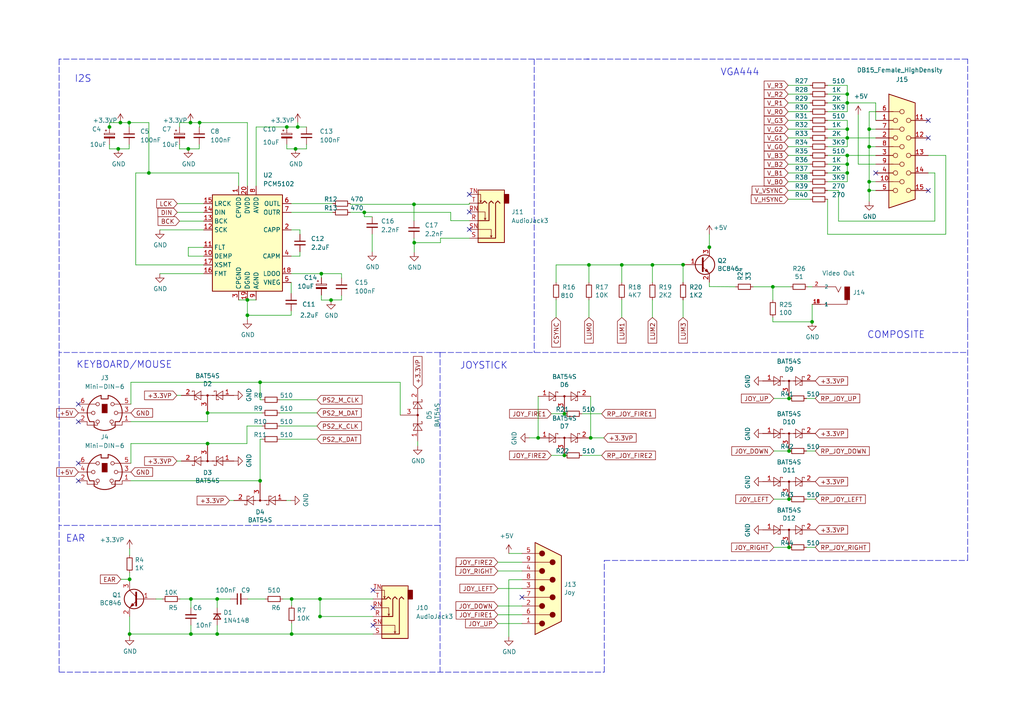
<source format=kicad_sch>
(kicad_sch (version 20231120) (generator "eeschema") (generator_version "8.0")
  (paper "A4")
  (title_block (title "Calypso") (date "2024-09-10") (rev "0.3"))
  (junction (at 156.083 127))
  (junction (at 62.992 183.896))
  (junction (at 60.198 128.651))
  (junction (at 245.745 27.305))
  (junction (at 75.438 110.871))
  (junction (at 245.745 45.085))
  (junction (at 54.61 43.18))
  (junction (at 55.372 183.896))
  (junction (at 228.854 115.57))
  (junction (at 60.198 119.761))
  (junction (at 37.592 168.021))
  (junction (at 37.465 35.56))
  (junction (at 171.323 127))
  (junction (at 92.8191 173.736))
  (junction (at 93.1961 79.375))
  (junction (at 86.36 36.83))
  (junction (at 205.74 71.6932))
  (junction (at 245.745 37.465))
  (junction (at 62.992 173.736))
  (junction (at 228.854 144.78))
  (junction (at 55.245 35.56))
  (junction (at 71.755 86.995))
  (junction (at 252.095 52.705))
  (junction (at 120.142 70.3827))
  (junction (at 252.095 55.245))
  (junction (at 245.745 47.625))
  (junction (at 163.703 132.08))
  (junction (at 75.438 139.446))
  (junction (at 120.076 59.2573))
  (junction (at 34.925 35.56))
  (junction (at 224.155 83.185))
  (junction (at 105.664 61.595))
  (junction (at 84.582 183.896))
  (junction (at 228.854 130.81))
  (junction (at 55.372 173.736))
  (junction (at 170.815 76.835))
  (junction (at 83.185 36.83))
  (junction (at 198.12 76.7732))
  (junction (at 37.592 183.896))
  (junction (at 252.095 37.465))
  (junction (at 96.012 87.0305))
  (junction (at 252.095 42.545))
  (junction (at 85.725 43.18))
  (junction (at 163.703 120.015))
  (junction (at 245.745 50.165))
  (junction (at 189.23 76.835))
  (junction (at 57.8838 35.56))
  (junction (at 245.745 40.005))
  (junction (at 180.34 76.835))
  (junction (at 235.5329 93.345))
  (junction (at 92.8191 178.816))
  (junction (at 245.745 29.845))
  (junction (at 228.854 158.75))
  (junction (at 43.18 50.165))
  (junction (at 31.75 36.83))
  (junction (at 71.755 91.44))
  (junction (at 34.29 43.18))
  (junction (at 84.582 173.736))
  (no_connect (at 269.24 34.925))
  (no_connect (at 254 50.165))
  (no_connect (at 151.384 173.228))
  (no_connect (at 22.733 134.366))
  (no_connect (at 22.733 122.301))
  (no_connect (at 136.1262 56.3847))
  (no_connect (at 22.733 139.446))
  (no_connect (at 269.24 40.005))
  (no_connect (at 108.204 176.276))
  (no_connect (at 136.1262 61.4647))
  (no_connect (at 136.1262 66.5447))
  (no_connect (at 108.204 171.196))
  (no_connect (at 269.24 55.245))
  (no_connect (at 108.204 181.356))
  (no_connect (at 22.733 117.221))
  (wire (pts (xy 71.628 123.571) (xy 71.628 128.651)))
  (wire (pts (xy 180.34 76.835) (xy 180.34 81.915)))
  (wire (pts (xy 159.893 120.015) (xy 163.703 120.015)))
  (wire (pts (xy 71.755 91.44) (xy 84.455 91.44)))
  (wire (pts (xy 274.32 67.945) (xy 274.32 45.085)))
  (wire (pts (xy 93.1961 79.375) (xy 99.06 79.375)))
  (wire (pts (xy 198.12 76.7732) (xy 198.12 81.915)))
  (wire (pts (xy 228.6 57.785) (xy 234.95 57.785)))
  (polyline (pts (xy 127.635 102.235) (xy 280.67 102.235)) (stroke (width 0) (type dash)))
  (wire (pts (xy 224.155 83.185) (xy 224.155 86.995)))
  (polyline (pts (xy 17.145 194.945) (xy 175.26 194.945)) (stroke (width 0) (type dash)))
  (wire (pts (xy 189.23 76.7732) (xy 189.23 76.835)))
  (wire (pts (xy 39.37 50.165) (xy 43.18 50.165)))
  (wire (pts (xy 84.582 183.896) (xy 62.992 183.896)))
  (wire (pts (xy 86.995 74.295) (xy 86.995 73.025)))
  (wire (pts (xy 240.03 67.945) (xy 274.32 67.945)))
  (wire (pts (xy 144.399 170.688) (xy 151.384 170.688)))
  (wire (pts (xy 57.8838 36.83) (xy 57.785 36.83)))
  (wire (pts (xy 71.755 91.44) (xy 71.755 86.995)))
  (wire (pts (xy 92.8191 178.816) (xy 108.204 178.816)))
  (wire (pts (xy 245.745 45.085) (xy 245.745 47.625)))
  (wire (pts (xy 245.745 27.305) (xy 245.745 29.845)))
  (wire (pts (xy 224.155 93.345) (xy 235.5329 93.345)))
  (wire (pts (xy 37.973 122.301) (xy 60.198 122.301)))
  (wire (pts (xy 31.75 35.56) (xy 34.925 35.56)))
  (polyline (pts (xy 175.26 162.56) (xy 280.67 162.56)) (stroke (width 0) (type dash)))
  (wire (pts (xy 60.198 119.761) (xy 76.073 119.761)))
  (wire (pts (xy 55.372 183.896) (xy 62.992 183.896)))
  (wire (pts (xy 37.465 35.56) (xy 43.18 35.56)))
  (wire (pts (xy 84.455 90.17) (xy 84.455 91.44)))
  (wire (pts (xy 271.145 64.135) (xy 271.145 50.165)))
  (wire (pts (xy 205.74 67.945) (xy 205.74 71.6932)))
  (wire (pts (xy 57.8838 35.56) (xy 71.755 35.56)))
  (wire (pts (xy 71.755 86.995) (xy 74.295 86.995)))
  (wire (pts (xy 198.12 86.995) (xy 198.12 92.075)))
  (polyline (pts (xy 154.94 17.145) (xy 154.94 102.235)) (stroke (width 0) (type dash)))
  (wire (pts (xy 170.815 86.995) (xy 170.815 92.075)))
  (wire (pts (xy 228.6 32.385) (xy 234.95 32.385)))
  (wire (pts (xy 84.582 173.736) (xy 84.582 175.641)))
  (wire (pts (xy 81.153 123.571) (xy 91.948 123.571)))
  (wire (pts (xy 105.664 62.865) (xy 107.95 62.865)))
  (wire (pts (xy 170.815 76.835) (xy 170.815 81.915)))
  (wire (pts (xy 75.438 127.381) (xy 76.073 127.381)))
  (wire (pts (xy 93.218 87.0305) (xy 96.012 87.0305)))
  (wire (pts (xy 46.355 66.675) (xy 59.055 66.675)))
  (wire (pts (xy 120.076 70.3827) (xy 120.142 70.3827)))
  (polyline (pts (xy 280.67 93.98) (xy 280.67 94.615)) (stroke (width 0) (type dash)))
  (wire (pts (xy 85.725 43.18) (xy 88.9 43.18)))
  (wire (pts (xy 205.74 71.6932) (xy 205.74 71.755)))
  (wire (pts (xy 37.592 166.116) (xy 37.592 168.021)))
  (wire (pts (xy 243.205 64.135) (xy 271.145 64.135)))
  (wire (pts (xy 43.18 50.165) (xy 43.18 35.56)))
  (wire (pts (xy 69.215 50.165) (xy 43.18 50.165)))
  (wire (pts (xy 228.6 45.085) (xy 234.95 45.085)))
  (wire (pts (xy 75.438 110.871) (xy 116.078 110.871)))
  (wire (pts (xy 37.465 41.91) (xy 37.465 43.18)))
  (wire (pts (xy 269.24 50.165) (xy 271.145 50.165)))
  (wire (pts (xy 228.6 37.465) (xy 234.95 37.465)))
  (wire (pts (xy 82.042 173.736) (xy 84.582 173.736)))
  (wire (pts (xy 120.076 59.2573) (xy 120.076 64.0327)))
  (wire (pts (xy 120.142 70.3827) (xy 127.762 70.3827)))
  (wire (pts (xy 121.158 129.286) (xy 121.158 128.016)))
  (wire (pts (xy 254 29.845) (xy 254 34.925)))
  (wire (pts (xy 31.8661 36.83) (xy 31.75 36.83)))
  (wire (pts (xy 180.34 76.835) (xy 170.815 76.835)))
  (wire (pts (xy 81.153 115.951) (xy 91.948 115.951)))
  (wire (pts (xy 74.295 53.975) (xy 74.295 36.83)))
  (wire (pts (xy 105.664 61.595) (xy 105.664 62.865)))
  (polyline (pts (xy 175.26 194.945) (xy 175.26 162.56)) (stroke (width 0) (type dash)))
  (wire (pts (xy 127.762 69.0847) (xy 127.762 70.3827)))
  (wire (pts (xy 234.315 83.185) (xy 235.5554 83.185)))
  (wire (pts (xy 224.409 115.57) (xy 228.854 115.57)))
  (wire (pts (xy 62.992 176.276) (xy 62.992 173.736)))
  (wire (pts (xy 130.7345 61.595) (xy 130.7345 64.0047)))
  (wire (pts (xy 233.934 130.81) (xy 236.474 130.81)))
  (wire (pts (xy 62.992 173.736) (xy 66.802 173.736)))
  (wire (pts (xy 189.23 76.835) (xy 189.23 81.915)))
  (wire (pts (xy 233.934 115.57) (xy 236.474 115.57)))
  (wire (pts (xy 240.03 45.085) (xy 245.745 45.085)))
  (wire (pts (xy 240.03 32.385) (xy 245.745 32.385)))
  (wire (pts (xy 224.409 130.81) (xy 228.854 130.81)))
  (wire (pts (xy 96.012 86.995) (xy 96.012 87.0305)))
  (wire (pts (xy 235.5554 93.3415) (xy 235.5329 93.345)))
  (wire (pts (xy 245.745 47.625) (xy 245.745 50.165)))
  (wire (pts (xy 116.078 110.871) (xy 116.078 120.396)))
  (wire (pts (xy 74.295 36.83) (xy 83.185 36.83)))
  (wire (pts (xy 37.973 110.871) (xy 37.973 117.221)))
  (polyline (pts (xy 127.635 110.49) (xy 127.635 102.235)) (stroke (width 0) (type dash)))
  (wire (pts (xy 228.6 50.165) (xy 234.95 50.165)))
  (wire (pts (xy 130.7345 64.0047) (xy 136.1262 64.0047)))
  (wire (pts (xy 252.095 55.245) (xy 252.095 58.42)))
  (wire (pts (xy 252.095 52.705) (xy 252.095 55.245)))
  (wire (pts (xy 93.1961 80.645) (xy 93.218 80.518)))
  (wire (pts (xy 151.384 163.068) (xy 144.399 163.068)))
  (wire (pts (xy 252.095 32.385) (xy 252.095 37.465)))
  (wire (pts (xy 180.34 86.995) (xy 180.34 92.075)))
  (wire (pts (xy 52.07 41.91) (xy 52.07 43.18)))
  (wire (pts (xy 51.435 61.595) (xy 59.055 61.595)))
  (polyline (pts (xy 170.18 17.145) (xy 170.815 17.145)) (stroke (width 0) (type dash)))
  (wire (pts (xy 245.745 50.165) (xy 245.745 52.705)))
  (wire (pts (xy 88.9 43.18) (xy 88.9 41.91)))
  (wire (pts (xy 233.934 144.78) (xy 236.474 144.78)))
  (wire (pts (xy 235.5554 83.185) (xy 235.5554 83.1815)))
  (wire (pts (xy 34.925 35.56) (xy 37.465 35.56)))
  (wire (pts (xy 228.6 24.765) (xy 234.95 24.765)))
  (wire (pts (xy 37.592 183.896) (xy 37.592 184.531)))
  (wire (pts (xy 189.23 86.995) (xy 189.23 92.075)))
  (wire (pts (xy 156.083 114.935) (xy 156.083 127)))
  (wire (pts (xy 54.61 71.755) (xy 54.61 74.295)))
  (wire (pts (xy 81.153 127.381) (xy 91.948 127.381)))
  (wire (pts (xy 84.455 79.375) (xy 93.1961 79.375)))
  (wire (pts (xy 37.465 35.56) (xy 37.465 36.83)))
  (wire (pts (xy 92.8191 173.736) (xy 92.8191 178.816)))
  (wire (pts (xy 224.155 83.185) (xy 229.235 83.185)))
  (wire (pts (xy 52.07 35.56) (xy 55.245 35.56)))
  (wire (pts (xy 245.745 40.005) (xy 245.745 42.545)))
  (wire (pts (xy 99.06 79.375) (xy 99.06 80.645)))
  (wire (pts (xy 37.592 168.021) (xy 35.052 168.021)))
  (wire (pts (xy 120.076 59.2573) (xy 101.6 59.2573)))
  (wire (pts (xy 228.6 52.705) (xy 234.95 52.705)))
  (wire (pts (xy 120.142 73.152) (xy 120.142 70.3827)))
  (wire (pts (xy 52.07 64.135) (xy 59.055 64.135)))
  (wire (pts (xy 228.6 34.925) (xy 234.95 34.925)))
  (wire (pts (xy 46.355 79.375) (xy 59.055 79.375)))
  (wire (pts (xy 228.6 47.625) (xy 234.95 47.625)))
  (polyline (pts (xy 127.635 111.125) (xy 127.635 194.945)) (stroke (width 0) (type dash)))
  (polyline (pts (xy 280.67 17.145) (xy 17.145 17.145)) (stroke (width 0) (type dash)))
  (wire (pts (xy 62.992 183.896) (xy 62.992 181.356)))
  (wire (pts (xy 84.455 66.675) (xy 86.995 66.675)))
  (wire (pts (xy 252.095 55.245) (xy 254 55.245)))
  (polyline (pts (xy 111.76 17.145) (xy 112.395 17.145)) (stroke (width 0) (type dash)))
  (wire (pts (xy 252.095 42.545) (xy 254 42.545)))
  (polyline (pts (xy 280.67 162.56) (xy 280.67 17.145)) (stroke (width 0) (type dash)))
  (wire (pts (xy 99.06 86.995) (xy 96.012 86.995)))
  (wire (pts (xy 198.12 76.7732) (xy 189.23 76.7732)))
  (wire (pts (xy 245.745 45.085) (xy 254 45.085)))
  (wire (pts (xy 240.03 29.845) (xy 245.745 29.845)))
  (wire (pts (xy 228.6 42.545) (xy 234.95 42.545)))
  (wire (pts (xy 171.323 114.935) (xy 171.323 127)))
  (wire (pts (xy 31.75 41.91) (xy 31.75 43.18)))
  (wire (pts (xy 37.592 159.131) (xy 37.592 161.036)))
  (wire (pts (xy 101.6 61.595) (xy 105.664 61.595)))
  (wire (pts (xy 144.399 178.308) (xy 151.384 178.308)))
  (wire (pts (xy 161.29 76.835) (xy 161.29 81.915)))
  (wire (pts (xy 127.762 69.0847) (xy 136.1262 69.0847)))
  (wire (pts (xy 57.8838 35.56) (xy 57.8838 36.83)))
  (wire (pts (xy 83.185 43.18) (xy 85.725 43.18)))
  (wire (pts (xy 62.992 173.736) (xy 55.372 173.736)))
  (wire (pts (xy 84.582 183.896) (xy 84.582 180.721)))
  (wire (pts (xy 174.498 120.015) (xy 168.783 120.015)))
  (wire (pts (xy 228.6 55.245) (xy 234.95 55.245)))
  (wire (pts (xy 240.03 40.005) (xy 245.745 40.005)))
  (wire (pts (xy 76.073 115.951) (xy 75.438 115.951)))
  (polyline (pts (xy 17.145 17.145) (xy 17.145 194.945)) (stroke (width 0) (type dash)))
  (wire (pts (xy 240.03 24.765) (xy 245.745 24.765)))
  (wire (pts (xy 52.197 173.736) (xy 55.372 173.736)))
  (wire (pts (xy 151.384 160.528) (xy 147.574 160.528)))
  (wire (pts (xy 252.095 52.705) (xy 254 52.705)))
  (wire (pts (xy 243.205 55.245) (xy 243.205 64.135)))
  (wire (pts (xy 224.409 158.75) (xy 228.854 158.75)))
  (wire (pts (xy 240.03 55.245) (xy 243.205 55.245)))
  (wire (pts (xy 84.455 74.295) (xy 86.995 74.295)))
  (wire (pts (xy 52.07 43.18) (xy 54.61 43.18)))
  (wire (pts (xy 240.03 52.705) (xy 245.745 52.705)))
  (wire (pts (xy 235.5554 88.2615) (xy 235.5554 93.3415)))
  (wire (pts (xy 75.438 110.871) (xy 37.973 110.871)))
  (wire (pts (xy 37.973 128.651) (xy 60.198 128.651)))
  (wire (pts (xy 52.578 114.681) (xy 51.308 114.681)))
  (wire (pts (xy 71.755 92.71) (xy 71.755 91.44)))
  (wire (pts (xy 75.438 140.081) (xy 75.438 139.446)))
  (wire (pts (xy 224.409 144.78) (xy 228.854 144.78)))
  (wire (pts (xy 92.8191 178.816) (xy 92.8191 178.9957)))
  (wire (pts (xy 170.815 76.835) (xy 161.29 76.835)))
  (wire (pts (xy 228.6 27.305) (xy 234.95 27.305)))
  (wire (pts (xy 120.076 59.2573) (xy 120.076 59.182)))
  (wire (pts (xy 52.07 35.56) (xy 52.07 36.83)))
  (wire (pts (xy 151.384 168.148) (xy 147.574 168.148)))
  (wire (pts (xy 57.785 41.91) (xy 57.785 43.18)))
  (wire (pts (xy 86.995 66.675) (xy 86.995 67.945)))
  (wire (pts (xy 240.03 34.925) (xy 245.745 34.925)))
  (wire (pts (xy 252.095 42.545) (xy 252.095 52.705)))
  (wire (pts (xy 51.435 59.055) (xy 59.055 59.055)))
  (wire (pts (xy 31.75 35.56) (xy 31.75 36.83)))
  (wire (pts (xy 84.582 173.736) (xy 92.8191 173.736)))
  (wire (pts (xy 86.36 36.83) (xy 88.9 36.83)))
  (wire (pts (xy 37.592 168.021) (xy 37.592 168.656)))
  (wire (pts (xy 59.055 71.755) (xy 54.61 71.755)))
  (wire (pts (xy 69.215 86.995) (xy 71.755 86.995)))
  (wire (pts (xy 240.03 42.545) (xy 245.745 42.545)))
  (wire (pts (xy 34.29 43.18) (xy 37.465 43.18)))
  (wire (pts (xy 240.03 47.625) (xy 245.745 47.625)))
  (wire (pts (xy 218.44 83.185) (xy 224.155 83.185)))
  (wire (pts (xy 153.543 127) (xy 156.083 127)))
  (wire (pts (xy 233.934 158.75) (xy 236.474 158.75)))
  (wire (pts (xy 55.245 35.56) (xy 57.8838 35.56)))
  (wire (pts (xy 75.438 115.951) (xy 75.438 110.871)))
  (wire (pts (xy 240.03 57.785) (xy 240.03 67.945)))
  (wire (pts (xy 84.455 59.055) (xy 96.52 59.055)))
  (wire (pts (xy 54.61 43.18) (xy 57.785 43.18)))
  (wire (pts (xy 245.745 29.845) (xy 254 29.845)))
  (wire (pts (xy 269.24 45.085) (xy 274.32 45.085)))
  (wire (pts (xy 81.153 119.761) (xy 91.948 119.761)))
  (wire (pts (xy 245.745 34.925) (xy 245.745 37.465)))
  (wire (pts (xy 37.973 128.651) (xy 37.973 134.366)))
  (wire (pts (xy 92.8191 173.736) (xy 108.204 173.736)))
  (wire (pts (xy 83.185 36.83) (xy 86.36 36.83)))
  (wire (pts (xy 83.058 145.161) (xy 84.328 145.161)))
  (wire (pts (xy 99.06 85.725) (xy 99.06 86.995)))
  (wire (pts (xy 252.095 37.465) (xy 252.095 42.545)))
  (polyline (pts (xy 127.635 102.235) (xy 17.145 102.235)) (stroke (width 0) (type dash)))
  (wire (pts (xy 55.372 183.896) (xy 37.592 183.896)))
  (wire (pts (xy 71.882 173.736) (xy 76.962 173.736)))
  (wire (pts (xy 245.745 40.005) (xy 254 40.005)))
  (wire (pts (xy 86.36 35.56) (xy 86.36 36.83)))
  (wire (pts (xy 75.438 139.446) (xy 75.438 127.381)))
  (wire (pts (xy 248.92 47.625) (xy 254 47.625)))
  (wire (pts (xy 54.61 74.295) (xy 59.055 74.295)))
  (wire (pts (xy 71.628 128.651) (xy 60.198 128.651)))
  (wire (pts (xy 136.1262 59.2573) (xy 136.1262 58.9247)))
  (wire (pts (xy 174.498 132.08) (xy 168.783 132.08)))
  (wire (pts (xy 84.455 81.915) (xy 84.455 85.09)))
  (wire (pts (xy 205.74 83.1232) (xy 213.36 83.185)))
  (wire (pts (xy 59.055 76.835) (xy 39.37 76.835)))
  (wire (pts (xy 252.095 37.465) (xy 254 37.465)))
  (wire (pts (xy 52.578 133.731) (xy 51.308 133.731)))
  (wire (pts (xy 245.745 37.465) (xy 245.745 40.005)))
  (wire (pts (xy 175.133 127) (xy 171.323 127)))
  (wire (pts (xy 205.74 81.8532) (xy 205.74 83.1232)))
  (wire (pts (xy 93.218 85.598) (xy 93.218 87.0305)))
  (wire (pts (xy 60.198 122.301) (xy 60.198 119.761)))
  (wire (pts (xy 228.6 29.845) (xy 234.95 29.845)))
  (wire (pts (xy 96.012 87.0305) (xy 96.012 87.122)))
  (wire (pts (xy 93.1961 79.375) (xy 93.1961 80.645)))
  (wire (pts (xy 76.073 123.571) (xy 71.628 123.571)))
  (wire (pts (xy 55.372 181.356) (xy 55.372 183.896)))
  (wire (pts (xy 120.076 69.1127) (xy 120.076 70.3827)))
  (wire (pts (xy 84.582 183.896) (xy 108.204 183.896)))
  (wire (pts (xy 144.399 165.608) (xy 151.384 165.608)))
  (wire (pts (xy 37.973 139.446) (xy 75.438 139.446)))
  (wire (pts (xy 245.745 24.765) (xy 245.745 27.305)))
  (wire (pts (xy 147.574 168.148) (xy 147.574 184.658)))
  (wire (pts (xy 107.95 67.945) (xy 107.95 73.025)))
  (wire (pts (xy 252.095 32.385) (xy 254 32.385)))
  (wire (pts (xy 228.6 40.005) (xy 234.95 40.005)))
  (wire (pts (xy 83.185 41.91) (xy 83.185 43.18)))
  (wire (pts (xy 120.076 59.2573) (xy 136.1262 59.2573)))
  (wire (pts (xy 248.92 33.274) (xy 248.92 47.625)))
  (wire (pts (xy 71.755 53.975) (xy 71.755 35.56)))
  (wire (pts (xy 224.155 92.075) (xy 224.155 93.345)))
  (wire (pts (xy 31.75 43.18) (xy 34.29 43.18)))
  (wire (pts (xy 159.893 132.08) (xy 163.703 132.08)))
  (wire (pts (xy 161.29 86.995) (xy 161.29 92.075)))
  (wire (pts (xy 151.384 180.848) (xy 144.399 180.848)))
  (wire (pts (xy 240.03 50.165) (xy 245.745 50.165)))
  (wire (pts (xy 144.399 175.768) (xy 151.384 175.768)))
  (wire (pts (xy 245.745 29.845) (xy 245.745 32.385)))
  (wire (pts (xy 105.664 61.595) (xy 130.7345 61.595)))
  (wire (pts (xy 39.37 76.835) (xy 39.37 50.165)))
  (wire (pts (xy 240.03 37.465) (xy 245.745 37.465)))
  (wire (pts (xy 189.23 76.835) (xy 180.34 76.835)))
  (polyline (pts (xy 127.635 152.4) (xy 17.145 152.4)) (stroke (width 0) (type dash)))
  (wire (pts (xy 101.6 59.2573) (xy 101.6 59.055)))
  (wire (pts (xy 96.52 61.595) (xy 84.455 61.595)))
  (wire (pts (xy 69.215 53.975) (xy 69.215 50.165)))
  (wire (pts (xy 67.818 145.161) (xy 66.548 145.161)))
  (wire (pts (xy 240.03 27.305) (xy 245.745 27.305)))
  (wire (pts (xy 55.372 173.736) (xy 55.372 176.276)))
  (wire (pts (xy 37.592 183.896) (xy 37.592 178.816)))
  (wire (pts (xy 45.212 173.736) (xy 47.117 173.736)))
  (text "VGA444" (at 208.915 22.225 0) (effects (font (size 2.0066 2.0066)) (justify left bottom)))
  (text "I2S" (at 21.59 24.13 0) (effects (font (size 2.0066 2.0066)) (justify left bottom)))
  (text "EAR" (at 19.05 157.48 0) (effects (font (size 2.0066 2.0066)) (justify left bottom)))
  (text "KEYBOARD/MOUSE" (at 22.098 107.061 0) (effects (font (size 2.0066 2.0066)) (justify left bottom)))
  (text "COMPOSITE" (at 251.46 98.425 0) (effects (font (size 2.0066 2.0066)) (justify left bottom)))
  (text "JOYSTICK\n" (at 133.35 107.315 0) (effects (font (size 2.0066 2.0066)) (justify left bottom)))
  (global_label "JOY_LEFT" (shape input) (at 224.409 144.78 180) (property "Intersheetrefs" "${INTERSHEET_REFS}" (effects (hide yes))))
  (global_label "JOY_UP" (shape input) (at 224.409 115.57 180) (property "Intersheetrefs" "${INTERSHEET_REFS}" (effects (hide yes))))
  (global_label "JOY_FIRE2" (shape input) (at 144.399 163.068 180) (property "Intersheetrefs" "${INTERSHEET_REFS}" (effects (hide yes))))
  (global_label "CSYNC" (shape input) (at 161.29 92.075 270) (property "Intersheetrefs" "${INTERSHEET_REFS}" (effects (hide yes))))
  (global_label "LUM1" (shape input) (at 180.34 92.075 270) (property "Intersheetrefs" "${INTERSHEET_REFS}" (effects (hide yes))))
  (global_label "LCK" (shape input) (at 51.435 59.055 180) (property "Intersheetrefs" "${INTERSHEET_REFS}" (effects (hide yes))))
  (global_label "JOY_FIRE1" (shape input) (at 159.893 120.015 180) (property "Intersheetrefs" "${INTERSHEET_REFS}" (effects (hide yes))))
  (global_label "V_G1" (shape input) (at 228.6 40.005 180) (property "Intersheetrefs" "${INTERSHEET_REFS}" (effects (hide yes))))
  (global_label "V_G2" (shape input) (at 228.6 37.465 180) (property "Intersheetrefs" "${INTERSHEET_REFS}" (effects (hide yes))))
  (global_label "V_B0" (shape input) (at 228.6 52.705 180) (property "Intersheetrefs" "${INTERSHEET_REFS}" (effects (hide yes))))
  (global_label "V_B3" (shape input) (at 228.6 45.085 180) (property "Intersheetrefs" "${INTERSHEET_REFS}" (effects (hide yes))))
  (global_label "V_R3" (shape input) (at 228.6 24.765 180) (property "Intersheetrefs" "${INTERSHEET_REFS}" (effects (hide yes))))
  (global_label "PS2_M_CLK" (shape input) (at 91.948 115.951 0) (property "Intersheetrefs" "${INTERSHEET_REFS}" (effects (hide yes))))
  (global_label "JOY_LEFT" (shape input) (at 144.399 170.688 180) (property "Intersheetrefs" "${INTERSHEET_REFS}" (effects (hide yes))))
  (global_label "JOY_DOWN" (shape input) (at 224.409 130.81 180) (property "Intersheetrefs" "${INTERSHEET_REFS}" (effects (hide yes))))
  (global_label "+3.3VP" (shape input) (at 236.474 125.73 0) (property "Intersheetrefs" "${INTERSHEET_REFS}" (effects (hide yes))))
  (global_label "+5V" (shape input) (at 22.733 136.906 180) (property "Intersheetrefs" "${INTERSHEET_REFS}" (effects (hide yes))))
  (global_label "EAR" (shape input) (at 35.052 168.021 180) (property "Intersheetrefs" "${INTERSHEET_REFS}" (effects (hide yes))))
  (global_label "RP_JOY_DOWN" (shape input) (at 236.474 130.81 0) (property "Intersheetrefs" "${INTERSHEET_REFS}" (effects (hide yes))))
  (global_label "+3.3VP" (shape input) (at 236.474 139.7 0) (property "Intersheetrefs" "${INTERSHEET_REFS}" (effects (hide yes))))
  (global_label "+3.3VP" (shape input) (at 175.133 127 0) (property "Intersheetrefs" "${INTERSHEET_REFS}" (effects (hide yes))))
  (global_label "LUM3" (shape input) (at 198.12 92.075 270) (property "Intersheetrefs" "${INTERSHEET_REFS}" (effects (hide yes))))
  (global_label "RP_JOY_RIGHT" (shape input) (at 236.474 158.75 0) (property "Intersheetrefs" "${INTERSHEET_REFS}" (effects (hide yes))))
  (global_label "GND" (shape input) (at 37.973 136.906 0) (property "Intersheetrefs" "${INTERSHEET_REFS}" (effects (hide yes))))
  (global_label "V_R0" (shape input) (at 228.6 32.385 180) (property "Intersheetrefs" "${INTERSHEET_REFS}" (effects (hide yes))))
  (global_label "DIN" (shape input) (at 51.435 61.595 180) (property "Intersheetrefs" "${INTERSHEET_REFS}" (effects (hide yes))))
  (global_label "+3.3VP" (shape input) (at 51.308 133.731 180) (property "Intersheetrefs" "${INTERSHEET_REFS}" (effects (hide yes))))
  (global_label "GND" (shape input) (at 37.973 119.761 0) (property "Intersheetrefs" "${INTERSHEET_REFS}" (effects (hide yes))))
  (global_label "V_R2" (shape input) (at 228.6 27.305 180) (property "Intersheetrefs" "${INTERSHEET_REFS}" (effects (hide yes))))
  (global_label "+3.3VP" (shape input) (at 236.474 153.67 0) (property "Intersheetrefs" "${INTERSHEET_REFS}" (effects (hide yes))))
  (global_label "JOY_UP" (shape input) (at 144.399 180.848 180) (property "Intersheetrefs" "${INTERSHEET_REFS}" (effects (hide yes))))
  (global_label "RP_JOY_UP" (shape input) (at 236.474 115.57 0) (property "Intersheetrefs" "${INTERSHEET_REFS}" (effects (hide yes))))
  (global_label "PS2_K_CLK" (shape input) (at 91.948 123.571 0) (property "Intersheetrefs" "${INTERSHEET_REFS}" (effects (hide yes))))
  (global_label "V_G3" (shape input) (at 228.6 34.925 180) (property "Intersheetrefs" "${INTERSHEET_REFS}" (effects (hide yes))))
  (global_label "PS2_M_DAT" (shape input) (at 91.948 119.761 0) (property "Intersheetrefs" "${INTERSHEET_REFS}" (effects (hide yes))))
  (global_label "JOY_FIRE2" (shape input) (at 159.893 132.08 180) (property "Intersheetrefs" "${INTERSHEET_REFS}" (effects (hide yes))))
  (global_label "PS2_K_DAT" (shape input) (at 91.948 127.381 0) (property "Intersheetrefs" "${INTERSHEET_REFS}" (effects (hide yes))))
  (global_label "V_VSYNC" (shape input) (at 228.6 55.245 180) (property "Intersheetrefs" "${INTERSHEET_REFS}" (effects (hide yes))))
  (global_label "V_G0" (shape input) (at 228.6 42.545 180) (property "Intersheetrefs" "${INTERSHEET_REFS}" (effects (hide yes))))
  (global_label "LUM0" (shape input) (at 170.815 92.075 270) (property "Intersheetrefs" "${INTERSHEET_REFS}" (effects (hide yes))))
  (global_label "LUM2" (shape input) (at 189.23 92.075 270) (property "Intersheetrefs" "${INTERSHEET_REFS}" (effects (hide yes))))
  (global_label "JOY_DOWN" (shape input) (at 144.399 175.768 180) (property "Intersheetrefs" "${INTERSHEET_REFS}" (effects (hide yes))))
  (global_label "+3.3VP" (shape input) (at 51.308 114.681 180) (property "Intersheetrefs" "${INTERSHEET_REFS}" (effects (hide yes))))
  (global_label "+3.3VP" (shape input) (at 121.158 112.776 90) (property "Intersheetrefs" "${INTERSHEET_REFS}" (effects (hide yes))))
  (global_label "RP_JOY_LEFT" (shape input) (at 236.474 144.78 0) (property "Intersheetrefs" "${INTERSHEET_REFS}" (effects (hide yes))))
  (global_label "RP_JOY_FIRE2" (shape input) (at 174.498 132.08 0) (property "Intersheetrefs" "${INTERSHEET_REFS}" (effects (hide yes))))
  (global_label "+5V" (shape input) (at 22.733 119.761 180) (property "Intersheetrefs" "${INTERSHEET_REFS}" (effects (hide yes))))
  (global_label "JOY_RIGHT" (shape input) (at 144.399 165.608 180) (property "Intersheetrefs" "${INTERSHEET_REFS}" (effects (hide yes))))
  (global_label "JOY_RIGHT" (shape input) (at 224.409 158.75 180) (property "Intersheetrefs" "${INTERSHEET_REFS}" (effects (hide yes))))
  (global_label "JOY_FIRE1" (shape input) (at 144.399 178.308 180) (property "Intersheetrefs" "${INTERSHEET_REFS}" (effects (hide yes))))
  (global_label "V_HSYNC" (shape input) (at 228.6 57.785 180) (property "Intersheetrefs" "${INTERSHEET_REFS}" (effects (hide yes))))
  (global_label "V_B1" (shape input) (at 228.6 50.165 180) (property "Intersheetrefs" "${INTERSHEET_REFS}" (effects (hide yes))))
  (global_label "RP_JOY_FIRE1" (shape input) (at 174.498 120.015 0) (property "Intersheetrefs" "${INTERSHEET_REFS}" (effects (hide yes))))
  (global_label "+3.3VP" (shape input) (at 236.474 110.49 0) (property "Intersheetrefs" "${INTERSHEET_REFS}" (effects (hide yes))))
  (global_label "V_B2" (shape input) (at 228.6 47.625 180) (property "Intersheetrefs" "${INTERSHEET_REFS}" (effects (hide yes))))
  (global_label "BCK" (shape input) (at 52.07 64.135 180) (property "Intersheetrefs" "${INTERSHEET_REFS}" (effects (hide yes))))
  (global_label "+3.3VP" (shape input) (at 66.548 145.161 180) (property "Intersheetrefs" "${INTERSHEET_REFS}" (effects (hide yes))))
  (global_label "V_R1" (shape input) (at 228.6 29.845 180) (property "Intersheetrefs" "${INTERSHEET_REFS}" (effects (hide yes))))
  (symbol (lib_id "Diode:BAT54S") (at 60.198 114.681 0) (mirror y) (unit 1)
    (property "Reference" "D2" (at 60.198 111.3282 0))
    (property "Value" "BAT54S" (at 60.198 109.0168 0))
    (property "Footprint" "Package_TO_SOT_SMD:SOT-23" (effects (hide yes)))
    (property "Datasheet" "https://www.diodes.com/assets/Datasheets/ds11005.pdf" (effects (hide yes)))
    (property "LCSC" "C181201" (effects (hide yes)))
  )
  (symbol (lib_id "power:GND") (at 67.818 114.681 90) (unit 1)
    (property "Reference" "#PWR023" (effects (hide yes)))
    (property "Value" "GND" (at 72.2122 114.554 0))
  )
  (symbol (lib_id "Diode:BAT54S") (at 121.158 120.396 270) (mirror x) (unit 1)
    (property "Reference" "D5" (at 124.5108 120.396 0))
    (property "Value" "BAT54S" (at 126.8222 120.396 0))
    (property "Footprint" "Package_TO_SOT_SMD:SOT-23" (effects (hide yes)))
    (property "Datasheet" "https://www.diodes.com/assets/Datasheets/ds11005.pdf" (effects (hide yes)))
    (property "LCSC" "C181201" (effects (hide yes)))
  )
  (symbol (lib_id "power:GND") (at 121.158 129.286 0) (unit 1)
    (property "Reference" "#PWR031" (effects (hide yes)))
    (property "Value" "GND" (at 121.285 133.6802 0))
  )
  (symbol (lib_id "Diode:BAT54S") (at 75.438 145.161 180) (unit 1)
    (property "Reference" "D4" (at 75.438 148.5138 0))
    (property "Value" "BAT54S" (at 75.438 150.8252 0))
    (property "Footprint" "Package_TO_SOT_SMD:SOT-23" (effects (hide yes)))
    (property "Datasheet" "https://www.diodes.com/assets/Datasheets/ds11005.pdf" (effects (hide yes)))
    (property "LCSC" "C181201" (effects (hide yes)))
  )
  (symbol (lib_id "power:GND") (at 84.328 145.161 90) (unit 1)
    (property "Reference" "#PWR026" (effects (hide yes)))
    (property "Value" "GND" (at 88.7222 145.034 0))
  )
  (symbol (lib_id "Device:R_Small") (at 237.49 29.845 270) (unit 1)
    (property "Reference" "R29" (at 230.505 28.575 90) (effects (justify left)))
    (property "Value" "2K" (at 241.3 28.575 90) (effects (justify left)))
    (property "Footprint" "Resistor_SMD:R_0805_2012Metric_Pad1.20x1.40mm_HandSolder" (effects (hide yes)))
    (property "LCSC" "C2907315" (effects (hide yes)))
  )
  (symbol (lib_id "Device:R_Small") (at 237.49 32.385 270) (unit 1)
    (property "Reference" "R30" (at 230.505 31.115 90) (effects (justify left)))
    (property "Value" "3K9" (at 241.3 31.115 90) (effects (justify left)))
    (property "Footprint" "Resistor_SMD:R_0805_2012Metric_Pad1.20x1.40mm_HandSolder" (effects (hide yes)))
    (property "LCSC" "C17614" (effects (hide yes)))
  )
  (symbol (lib_id "Device:R_Small") (at 237.49 42.545 270) (unit 1)
    (property "Reference" "R34" (at 230.505 41.275 90) (effects (justify left)))
    (property "Value" "3K9" (at 241.3 41.275 90) (effects (justify left)))
    (property "Footprint" "Resistor_SMD:R_0805_2012Metric_Pad1.20x1.40mm_HandSolder" (effects (hide yes)))
    (property "LCSC" "C17614" (effects (hide yes)))
  )
  (symbol (lib_id "Device:R_Small") (at 237.49 47.625 270) (unit 1)
    (property "Reference" "R36" (at 230.505 46.355 90) (effects (justify left)))
    (property "Value" "1K" (at 241.3 46.355 90) (effects (justify left)))
    (property "Footprint" "Resistor_SMD:R_0805_2012Metric_Pad1.20x1.40mm_HandSolder" (effects (hide yes)))
    (property "LCSC" "C17513" (effects (hide yes)))
  )
  (symbol (lib_id "Device:R_Small") (at 237.49 50.165 270) (unit 1)
    (property "Reference" "R37" (at 230.505 48.895 90) (effects (justify left)))
    (property "Value" "2K" (at 241.3 48.895 90) (effects (justify left)))
    (property "Footprint" "Resistor_SMD:R_0805_2012Metric_Pad1.20x1.40mm_HandSolder" (effects (hide yes)))
    (property "LCSC" "C2907315" (effects (hide yes)))
  )
  (symbol (lib_id "Device:R_Small") (at 237.49 55.245 270) (unit 1)
    (property "Reference" "R39" (at 230.505 53.975 90) (effects (justify left)))
    (property "Value" "270" (at 241.3 53.975 90) (effects (justify left)))
    (property "Footprint" "Resistor_SMD:R_0805_2012Metric_Pad1.20x1.40mm_HandSolder" (effects (hide yes)))
    (property "LCSC" "C2907313" (effects (hide yes)))
  )
  (symbol (lib_id "Device:R_Small") (at 237.49 57.785 270) (unit 1)
    (property "Reference" "R40" (at 230.505 56.515 90) (effects (justify left)))
    (property "Value" "270" (at 241.3 56.515 90) (effects (justify left)))
    (property "Footprint" "Resistor_SMD:R_0805_2012Metric_Pad1.20x1.40mm_HandSolder" (effects (hide yes)))
    (property "LCSC" "C2907313" (effects (hide yes)))
  )
  (symbol (lib_id "power:GND") (at 252.095 58.42 0) (unit 1)
    (property "Reference" "#PWR044" (effects (hide yes)))
    (property "Value" "GND" (at 252.222 62.8142 0))
  )
  (symbol (lib_id "Connector:DB9_Male") (at 159.004 170.688 0) (unit 1)
    (property "Reference" "J13" (at 163.576 169.5196 0) (effects (justify left)))
    (property "Value" "Joy" (at 163.576 171.831 0) (effects (justify left)))
    (property "Footprint" "Connector_Dsub:DSUB-9_Male_Horizontal_P2.77x2.84mm_EdgePinOffset9.90mm_Housed_MountingHolesOffset11.32mm" (effects (hide yes)))
  )
  (symbol (lib_id "Diode:BAT54S") (at 60.198 133.731 180) (unit 1)
    (property "Reference" "D3" (at 60.198 137.0838 0))
    (property "Value" "BAT54S" (at 60.198 139.3952 0))
    (property "Footprint" "Package_TO_SOT_SMD:SOT-23" (effects (hide yes)))
    (property "Datasheet" "https://www.diodes.com/assets/Datasheets/ds11005.pdf" (effects (hide yes)))
    (property "LCSC" "C181201" (effects (hide yes)))
  )
  (symbol (lib_id "power:GND") (at 67.818 133.731 90) (unit 1)
    (property "Reference" "#PWR024" (effects (hide yes)))
    (property "Value" "GND" (at 72.2122 133.604 0))
  )
  (symbol (lib_id "Device:R_Small") (at 237.49 40.005 270) (unit 1)
    (property "Reference" "R33" (at 230.505 38.735 90) (effects (justify left)))
    (property "Value" "2K" (at 241.3 38.735 90) (effects (justify left)))
    (property "Footprint" "Resistor_SMD:R_0805_2012Metric_Pad1.20x1.40mm_HandSolder" (effects (hide yes)))
    (property "LCSC" "C2907315" (effects (hide yes)))
  )
  (symbol (lib_id "power:+5V") (at 147.574 160.528 0) (unit 1)
    (property "Reference" "#PWR034" (effects (hide yes)))
    (property "Value" "+5V" (at 146.939 155.448 0))
  )
  (symbol (lib_id "Device:R_Small") (at 78.613 115.951 270) (unit 1)
    (property "Reference" "R8" (at 73.533 114.681 90) (effects (justify left)))
    (property "Value" "510" (at 81.153 114.681 90) (effects (justify left)))
    (property "Footprint" "Resistor_SMD:R_0805_2012Metric_Pad1.20x1.40mm_HandSolder" (effects (hide yes)))
    (property "LCSC" "C17734" (effects (hide yes)))
  )
  (symbol (lib_id "Device:R_Small") (at 79.502 173.736 90) (unit 1)
    (property "Reference" "R6" (at 81.407 176.276 90) (effects (justify left)))
    (property "Value" "510" (at 81.407 171.196 90) (effects (justify left)))
    (property "Footprint" "Resistor_SMD:R_0805_2012Metric_Pad1.20x1.40mm_HandSolder" (effects (hide yes)))
    (property "LCSC" "C17734" (effects (hide yes)))
  )
  (symbol (lib_id "Device:R_Small") (at 78.613 119.761 270) (unit 1)
    (property "Reference" "R9" (at 73.533 118.491 90) (effects (justify left)))
    (property "Value" "510" (at 81.153 118.491 90) (effects (justify left)))
    (property "Footprint" "Resistor_SMD:R_0805_2012Metric_Pad1.20x1.40mm_HandSolder" (effects (hide yes)))
    (property "LCSC" "C17734" (effects (hide yes)))
  )
  (symbol (lib_id "Device:R_Small") (at 78.613 123.571 270) (unit 1)
    (property "Reference" "R10" (at 73.533 122.301 90) (effects (justify left)))
    (property "Value" "510" (at 81.153 122.301 90) (effects (justify left)))
    (property "Footprint" "Resistor_SMD:R_0805_2012Metric_Pad1.20x1.40mm_HandSolder" (effects (hide yes)))
    (property "LCSC" "C17734" (effects (hide yes)))
  )
  (symbol (lib_id "Device:R_Small") (at 84.582 178.181 0) (unit 1)
    (property "Reference" "R7" (at 86.0806 177.0126 0) (effects (justify left)))
    (property "Value" "10K" (at 86.0806 179.324 0) (effects (justify left)))
    (property "Footprint" "Resistor_SMD:R_0805_2012Metric_Pad1.20x1.40mm_HandSolder" (effects (hide yes)))
    (property "LCSC" "C17414" (effects (hide yes)))
  )
  (symbol (lib_id "Device:R_Small") (at 78.613 127.381 270) (unit 1)
    (property "Reference" "R11" (at 73.533 126.111 90) (effects (justify left)))
    (property "Value" "510" (at 81.153 126.111 90) (effects (justify left)))
    (property "Footprint" "Resistor_SMD:R_0805_2012Metric_Pad1.20x1.40mm_HandSolder" (effects (hide yes)))
    (property "LCSC" "C17734" (effects (hide yes)))
  )
  (symbol (lib_id "Device:C_Small") (at 69.342 173.736 90) (unit 1)
    (property "Reference" "C9" (at 71.247 171.196 90))
    (property "Value" "100nF" (at 65.532 171.196 90))
    (property "Footprint" "Capacitor_SMD:C_0805_2012Metric_Pad1.18x1.45mm_HandSolder" (effects (hide yes)))
    (property "LCSC" "C28233" (effects (hide yes)))
  )
  (symbol (lib_id "Device:D_Small") (at 62.992 178.816 270) (unit 1)
    (property "Reference" "D1" (at 64.77 177.6476 90) (effects (justify left)))
    (property "Value" "1N4148" (at 64.77 179.959 90) (effects (justify left)))
    (property "Footprint" "Diode_SMD:D_SOD-123F" (effects (hide yes)))
    (property "LCSC" "C81598" (effects (hide yes)))
  )
  (symbol (lib_id "Device:C_Small") (at 55.372 178.816 180) (unit 1)
    (property "Reference" "C6" (at 57.277 176.276 0))
    (property "Value" "10nF" (at 59.182 181.356 0))
    (property "Footprint" "Capacitor_SMD:C_0805_2012Metric_Pad1.18x1.45mm_HandSolder" (effects (hide yes)))
    (property "LCSC" "C1710" (effects (hide yes)))
  )
  (symbol (lib_id "Device:R_Small") (at 49.657 173.736 90) (unit 1)
    (property "Reference" "R5" (at 51.562 176.276 90) (effects (justify left)))
    (property "Value" "10K" (at 51.562 171.831 90) (effects (justify left)))
    (property "Footprint" "Resistor_SMD:R_0805_2012Metric_Pad1.20x1.40mm_HandSolder" (effects (hide yes)))
    (property "LCSC" "C17414" (effects (hide yes)))
  )
  (symbol (lib_id "Device:R_Small") (at 37.592 163.576 0) (unit 1)
    (property "Reference" "R4" (at 39.0906 162.4076 0) (effects (justify left)))
    (property "Value" "1K" (at 39.0906 164.719 0) (effects (justify left)))
    (property "Footprint" "Resistor_SMD:R_0805_2012Metric_Pad1.20x1.40mm_HandSolder" (effects (hide yes)))
    (property "LCSC" "C17513" (effects (hide yes)))
  )
  (symbol (lib_id "Transistor_BJT:BC846") (at 40.132 173.736 0) (mirror y) (unit 1)
    (property "Reference" "Q1" (at 35.2806 172.5676 0) (effects (justify left)))
    (property "Value" "BC846" (at 35.2806 174.879 0) (effects (justify left)))
    (property "Footprint" "Package_TO_SOT_SMD:SOT-23" (effects (hide yes)))
    (property "Datasheet" "https://assets.nexperia.com/documents/data-sheet/BC846_SER.pdf" (effects (hide yes)))
    (property "LCSC" "C779722" (effects (hide yes)))
  )
  (symbol (lib_id "power:GND") (at 37.592 184.531 0) (unit 1)
    (property "Reference" "#PWR016" (effects (hide yes)))
    (property "Value" "GND" (at 37.719 188.9252 0))
  )
  (symbol (lib_id "power:+3.3VP") (at 37.592 159.131 0) (unit 1)
    (property "Reference" "#PWR015" (effects (hide yes)))
    (property "Value" "+3.3VP" (at 32.512 156.591 0))
  )
  (symbol (lib_id "power:GND") (at 147.574 184.658 0) (unit 1)
    (property "Reference" "#PWR035" (effects (hide yes)))
    (property "Value" "GND" (at 147.701 189.0522 0))
  )
  (symbol (lib_id "Device:R_Small") (at 99.06 61.595 270) (unit 1)
    (property "Reference" "R13" (at 93.98 60.325 90) (effects (justify left)))
    (property "Value" "470" (at 101.6 60.325 90) (effects (justify left)))
    (property "Footprint" "Resistor_SMD:R_0805_2012Metric_Pad1.20x1.40mm_HandSolder" (effects (hide yes)))
    (property "LCSC" "C17710" (effects (hide yes)))
  )
  (symbol (lib_id "power:GND") (at 221.234 139.7 270) (unit 1)
    (property "Reference" "#PWR041" (effects (hide yes)))
    (property "Value" "GND" (at 216.8398 139.827 0))
  )
  (symbol (lib_id "Device:C_Small") (at 57.785 39.37 0) (unit 1)
    (property "Reference" "C8" (at 60.96 38.0999 0) (effects (justify left)))
    (property "Value" "100nF" (at 60.96 40.6399 0) (effects (justify left)))
    (property "Footprint" "Capacitor_SMD:C_0805_2012Metric_Pad1.18x1.45mm_HandSolder" (effects (hide yes)))
    (property "LCSC" "C28233" (effects (hide yes)))
  )
  (symbol (lib_id "Device:R_Small") (at 231.775 83.185 270) (unit 1)
    (property "Reference" "R26" (at 231.775 77.9272 90))
    (property "Value" "51" (at 231.775 80.2386 90))
    (property "Footprint" "Resistor_SMD:R_0805_2012Metric_Pad1.20x1.40mm_HandSolder" (effects (hide yes)))
    (property "LCSC" "C17738" (effects (hide yes)))
  )
  (symbol (lib_id "Device:R_Small") (at 224.155 89.535 0) (unit 1)
    (property "Reference" "R25" (at 225.933 88.3666 0) (effects (justify left)))
    (property "Value" "100" (at 225.933 90.678 0) (effects (justify left)))
    (property "Footprint" "Resistor_SMD:R_0805_2012Metric_Pad1.20x1.40mm_HandSolder" (effects (hide yes)))
    (property "LCSC" "C115423" (effects (hide yes)))
  )
  (symbol (lib_id "power:GND") (at 85.725 43.18 0) (unit 1)
    (property "Reference" "#PWR027" (effects (hide yes)))
    (property "Value" "GND" (at 85.852 47.5742 0))
  )
  (symbol (lib_id "Device:C_Polarized_Small") (at 83.185 39.37 0) (unit 1)
    (property "Reference" "C10" (at 76.2 37.465 0) (effects (justify left)))
    (property "Value" "10uF" (at 76.2 41.275 0) (effects (justify left)))
    (property "Footprint" "Capacitor_Tantalum_SMD:CP_EIA-3216-12_Kemet-S_Pad1.58x1.35mm_HandSolder" (effects (hide yes)))
    (property "LCSC" "C7171" (effects (hide yes)))
  )
  (symbol (lib_id "power:GND") (at 235.5329 93.345 0) (unit 1)
    (property "Reference" "#PWR038" (effects (hide yes)))
    (property "Value" "GND" (at 235.6599 97.7392 0))
  )
  (symbol (lib_id "Device:R_Small") (at 170.815 84.455 0) (unit 1)
    (property "Reference" "R17" (at 172.593 83.2866 0) (effects (justify left)))
    (property "Value" "10K" (at 172.593 85.598 0) (effects (justify left)))
    (property "Footprint" "Resistor_SMD:R_0805_2012Metric_Pad1.20x1.40mm_HandSolder" (effects (hide yes)))
    (property "LCSC" "C17414" (effects (hide yes)))
  )
  (symbol (lib_id "power:GND") (at 46.355 66.675 0) (unit 1)
    (property "Reference" "#PWR019" (effects (hide yes)))
    (property "Value" "GND" (at 46.482 71.0692 0))
  )
  (symbol (lib_id "Device:C_Polarized_Small") (at 52.07 39.37 0) (unit 1)
    (property "Reference" "C7" (at 46.99 37.465 0) (effects (justify left)))
    (property "Value" "10uF" (at 46.99 41.91 0) (effects (justify left)))
    (property "Footprint" "Capacitor_Tantalum_SMD:CP_EIA-3216-12_Kemet-S_Pad1.58x1.35mm_HandSolder" (effects (hide yes)))
    (property "LCSC" "C7171" (effects (hide yes)))
  )
  (symbol (lib_id "power:+5V") (at 205.74 67.945 0) (unit 1)
    (property "Reference" "#PWR037" (effects (hide yes)))
    (property "Value" "+5V" (at 208.915 66.04 0))
  )
  (symbol (lib_id "Diode:BAT54S") (at 228.854 153.67 0) (unit 1)
    (property "Reference" "D12" (at 228.854 150.3172 0))
    (property "Value" "BAT54S" (at 228.854 148.0058 0))
    (property "Footprint" "Package_TO_SOT_SMD:SOT-23" (effects (hide yes)))
    (property "Datasheet" "https://www.diodes.com/assets/Datasheets/ds11005.pdf" (effects (hide yes)))
    (property "LCSC" "C181201" (effects (hide yes)))
  )
  (symbol (lib_id "Device:C_Small") (at 99.06 83.185 0) (unit 1)
    (property "Reference" "C15" (at 102.87 81.9149 0) (effects (justify left)))
    (property "Value" "100nF" (at 102.87 84.4549 0) (effects (justify left)))
    (property "Footprint" "Capacitor_SMD:C_0805_2012Metric_Pad1.18x1.45mm_HandSolder" (effects (hide yes)))
    (property "LCSC" "C28233" (effects (hide yes)))
  )
  (symbol (lib_id "power:GND") (at 54.61 43.18 0) (unit 1)
    (property "Reference" "#PWR021" (effects (hide yes)))
    (property "Value" "GND" (at 54.737 47.5742 0))
  )
  (symbol (lib_id "Device:C_Polarized_Small") (at 93.218 83.058 0) (unit 1)
    (property "Reference" "C14" (at 88.138 80.518 0) (effects (justify left)))
    (property "Value" "10uF" (at 86.233 83.058 0) (effects (justify left)))
    (property "Footprint" "Capacitor_Tantalum_SMD:CP_EIA-3216-12_Kemet-S_Pad1.58x1.35mm_HandSolder" (effects (hide yes)))
    (property "LCSC" "C7171" (effects (hide yes)))
  )
  (symbol (lib_id "Device:R_Small") (at 231.394 115.57 270) (unit 1)
    (property "Reference" "R41" (at 226.314 114.3 90) (effects (justify left)))
    (property "Value" "510" (at 233.934 114.3 90) (effects (justify left)))
    (property "Footprint" "Resistor_SMD:R_0805_2012Metric_Pad1.20x1.40mm_HandSolder" (effects (hide yes)))
    (property "LCSC" "C17734" (effects (hide yes)))
  )
  (symbol (lib_id "Device:R_Small") (at 99.06 59.055 270) (unit 1)
    (property "Reference" "R12" (at 93.98 57.785 90) (effects (justify left)))
    (property "Value" "470" (at 101.6 57.785 90) (effects (justify left)))
    (property "Footprint" "Resistor_SMD:R_0805_2012Metric_Pad1.20x1.40mm_HandSolder" (effects (hide yes)))
    (property "LCSC" "C17710" (effects (hide yes)))
  )
  (symbol (lib_id "Device:R_Small") (at 215.9 83.185 90) (unit 1)
    (property "Reference" "R24" (at 214.7316 81.407 0) (effects (justify left)))
    (property "Value" "33" (at 217.043 81.407 0) (effects (justify left)))
    (property "Footprint" "Resistor_SMD:R_0805_2012Metric_Pad1.20x1.40mm_HandSolder" (effects (hide yes)))
    (property "LCSC" "C17634" (effects (hide yes)))
  )
  (symbol (lib_id "Device:R_Small") (at 180.34 84.455 0) (unit 1)
    (property "Reference" "R18" (at 182.118 83.2866 0) (effects (justify left)))
    (property "Value" "4K7" (at 182.118 85.598 0) (effects (justify left)))
    (property "Footprint" "Resistor_SMD:R_0805_2012Metric_Pad1.20x1.40mm_HandSolder" (effects (hide yes)))
    (property "LCSC" "C26022" (effects (hide yes)))
  )
  (symbol (lib_id "power:+3.3VP") (at 55.245 35.56 0) (unit 1)
    (property "Reference" "#PWR022" (effects (hide yes)))
    (property "Value" "+3.3VP" (at 50.8 34.925 0))
  )
  (symbol (lib_id "Device:C_Small") (at 120.076 66.5727 0) (unit 1)
    (property "Reference" "C17" (at 123.19 65.3089 0) (effects (justify left)))
    (property "Value" "2.2nF" (at 123.19 67.8489 0) (effects (justify left)))
    (property "Footprint" "Capacitor_SMD:C_0805_2012Metric_Pad1.18x1.45mm_HandSolder" (effects (hide yes)))
    (property "LCSC" "C36576" (effects (hide yes)))
  )
  (symbol (lib_id "Device:C_Polarized_Small") (at 31.75 39.37 0) (unit 1)
    (property "Reference" "C4" (at 26.67 37.465 0) (effects (justify left)))
    (property "Value" "10uF" (at 26.035 41.91 0) (effects (justify left)))
    (property "Footprint" "Capacitor_Tantalum_SMD:CP_EIA-3216-12_Kemet-S_Pad1.58x1.35mm_HandSolder" (effects (hide yes)))
    (property "LCSC" "C7171" (effects (hide yes)))
  )
  (symbol (lib_id "power:GND") (at 71.755 92.71 0) (unit 1)
    (property "Reference" "#PWR025" (effects (hide yes)))
    (property "Value" "GND" (at 71.882 97.1042 0))
  )
  (symbol (lib_id "power:+3.3VP") (at 34.925 35.56 0) (unit 1)
    (property "Reference" "#PWR018" (effects (hide yes)))
    (property "Value" "+3.3VP" (at 30.48 34.925 0))
  )
  (symbol (lib_id "Device:C_Small") (at 88.9 39.37 0) (unit 1)
    (property "Reference" "C13" (at 92.71 38.0999 0) (effects (justify left)))
    (property "Value" "100nF" (at 92.71 40.6399 0) (effects (justify left)))
    (property "Footprint" "Capacitor_SMD:C_0805_2012Metric_Pad1.18x1.45mm_HandSolder" (effects (hide yes)))
    (property "LCSC" "C28233" (effects (hide yes)))
  )
  (symbol (lib_id "power:GND") (at 120.142 73.152 0) (unit 1)
    (property "Reference" "#PWR032" (effects (hide yes)))
    (property "Value" "GND" (at 120.269 77.5462 0))
  )
  (symbol (lib_id "power:GND") (at 221.234 125.73 270) (unit 1)
    (property "Reference" "#PWR040" (effects (hide yes)))
    (property "Value" "GND" (at 216.8398 125.857 0))
  )
  (symbol (lib_id "power:GND") (at 221.234 153.67 270) (unit 1)
    (property "Reference" "#PWR042" (effects (hide yes)))
    (property "Value" "GND" (at 216.8398 153.797 0))
  )
  (symbol (lib_id "Connector:AudioJack3_Switch") (at 113.284 178.816 180) (unit 1)
    (property "Reference" "J10" (at 120.65 176.2759 0) (effects (justify right)))
    (property "Value" "AudioJack3" (at 120.65 178.8159 0) (effects (justify right)))
    (property "Footprint" "jack:pj307" (effects (hide yes)))
  )
  (symbol (lib_id "Diode:BAT54S") (at 163.703 114.935 0) (unit 1)
    (property "Reference" "D6" (at 163.703 111.5822 0))
    (property "Value" "BAT54S" (at 163.703 109.2708 0))
    (property "Footprint" "Package_TO_SOT_SMD:SOT-23" (effects (hide yes)))
    (property "Datasheet" "https://www.diodes.com/assets/Datasheets/ds11005.pdf" (effects (hide yes)))
    (property "LCSC" "C181201" (effects (hide yes)))
  )
  (symbol (lib_id "Device:R_Small") (at 166.243 132.08 270) (unit 1)
    (property "Reference" "R22" (at 161.163 130.81 90) (effects (justify left)))
    (property "Value" "510" (at 168.783 130.81 90) (effects (justify left)))
    (property "Footprint" "Resistor_SMD:R_0805_2012Metric_Pad1.20x1.40mm_HandSolder" (effects (hide yes)))
    (property "LCSC" "C17734" (effects (hide yes)))
  )
  (symbol (lib_id "Device:R_Small") (at 161.29 84.455 0) (unit 1)
    (property "Reference" "R16" (at 163.068 83.2866 0) (effects (justify left)))
    (property "Value" "810" (at 162.56 85.725 0) (effects (justify left)))
    (property "Footprint" "Resistor_SMD:R_0805_2012Metric_Pad1.20x1.40mm_HandSolder" (effects (hide yes)))
  )
  (symbol (lib_id "power:GND") (at 221.234 110.49 270) (unit 1)
    (property "Reference" "#PWR039" (effects (hide yes)))
    (property "Value" "GND" (at 216.8398 110.617 0))
  )
  (symbol (lib_id "Device:R_Small") (at 237.49 52.705 270) (unit 1)
    (property "Reference" "R38" (at 230.505 51.435 90) (effects (justify left)))
    (property "Value" "3K9" (at 241.3 51.435 90) (effects (justify left)))
    (property "Footprint" "Resistor_SMD:R_0805_2012Metric_Pad1.20x1.40mm_HandSolder" (effects (hide yes)))
    (property "LCSC" "C17614" (effects (hide yes)))
  )
  (symbol (lib_id "Device:C_Small") (at 107.95 65.405 0) (unit 1)
    (property "Reference" "C16" (at 110.49 64.1412 0) (effects (justify left)))
    (property "Value" "2.2nF" (at 110.49 66.6812 0) (effects (justify left)))
    (property "Footprint" "Capacitor_SMD:C_0805_2012Metric_Pad1.18x1.45mm_HandSolder" (effects (hide yes)))
    (property "LCSC" "C36576" (effects (hide yes)))
  )
  (symbol (lib_id "Device:R_Small") (at 231.394 158.75 270) (unit 1)
    (property "Reference" "R44" (at 226.314 157.48 90) (effects (justify left)))
    (property "Value" "510" (at 233.934 157.48 90) (effects (justify left)))
    (property "Footprint" "Resistor_SMD:R_0805_2012Metric_Pad1.20x1.40mm_HandSolder" (effects (hide yes)))
    (property "LCSC" "C17734" (effects (hide yes)))
  )
  (symbol (lib_id "Transistor_BJT:BC846") (at 203.2 76.7732 0) (unit 1)
    (property "Reference" "Q2" (at 208.0514 75.6048 0) (effects (justify left)))
    (property "Value" "BC846" (at 208.0514 77.9162 0) (effects (justify left)))
    (property "Footprint" "Package_TO_SOT_SMD:SOT-23" (effects (hide yes)))
    (property "Datasheet" "https://assets.nexperia.com/documents/data-sheet/BC846_SER.pdf" (effects (hide yes)))
    (property "LCSC" "C779722" (effects (hide yes)))
  )
  (symbol (lib_id "power:GND") (at 34.29 43.18 0) (unit 1)
    (property "Reference" "#PWR017" (effects (hide yes)))
    (property "Value" "GND" (at 34.417 47.5742 0))
  )
  (symbol (lib_id "Device:R_Small") (at 237.49 45.085 270) (unit 1)
    (property "Reference" "R35" (at 230.505 43.815 90) (effects (justify left)))
    (property "Value" "510" (at 241.3 43.815 90) (effects (justify left)))
    (property "Footprint" "Resistor_SMD:R_0805_2012Metric_Pad1.20x1.40mm_HandSolder" (effects (hide yes)))
    (property "LCSC" "C17734" (effects (hide yes)))
  )
  (symbol (lib_id "Device:C_Small") (at 86.995 70.485 0) (unit 1)
    (property "Reference" "C12" (at 90.17 69.2149 0) (effects (justify left)))
    (property "Value" "2.2uF" (at 90.17 71.7549 0) (effects (justify left)))
    (property "Footprint" "Capacitor_SMD:C_0805_2012Metric_Pad1.18x1.45mm_HandSolder" (effects (hide yes)))
    (property "LCSC" "C377773" (effects (hide yes)))
  )
  (symbol (lib_id "Device:R_Small") (at 237.49 34.925 270) (unit 1)
    (property "Reference" "R31" (at 230.505 33.655 90) (effects (justify left)))
    (property "Value" "510" (at 241.3 33.655 90) (effects (justify left)))
    (property "Footprint" "Resistor_SMD:R_0805_2012Metric_Pad1.20x1.40mm_HandSolder" (effects (hide yes)))
    (property "LCSC" "C17734" (effects (hide yes)))
  )
  (symbol (lib_id "power:GND") (at 153.543 127 270) (unit 1)
    (property "Reference" "#PWR036" (effects (hide yes)))
    (property "Value" "GND" (at 149.1488 127.127 0))
  )
  (symbol (lib_id "Device:C_Small") (at 37.465 39.37 0) (unit 1)
    (property "Reference" "C5" (at 40.64 38.0999 0) (effects (justify left)))
    (property "Value" "100nF" (at 40.64 40.6399 0) (effects (justify left)))
    (property "Footprint" "Capacitor_SMD:C_0805_2012Metric_Pad1.18x1.45mm_HandSolder" (effects (hide yes)))
    (property "LCSC" "C28233" (effects (hide yes)))
  )
  (symbol (lib_id "power:+5V") (at 248.92 33.274 0) (unit 1)
    (property "Reference" "#PWR043" (effects (hide yes)))
    (property "Value" "+5V" (at 249.682 27.94 0))
  )
  (symbol (lib_id "power:GND") (at 96.012 87.122 0) (unit 1)
    (property "Reference" "#PWR029" (effects (hide yes)))
    (property "Value" "GND" (at 96.139 91.5162 0))
  )
  (symbol (lib_id "Diode:BAT54S") (at 228.854 139.7 0) (unit 1)
    (property "Reference" "D11" (at 228.854 136.3472 0))
    (property "Value" "BAT54S" (at 228.854 134.0358 0))
    (property "Footprint" "Package_TO_SOT_SMD:SOT-23" (effects (hide yes)))
    (property "Datasheet" "https://www.diodes.com/assets/Datasheets/ds11005.pdf" (effects (hide yes)))
    (property "LCSC" "C181201" (effects (hide yes)))
  )
  (symbol (lib_id "Device:R_Small") (at 237.49 24.765 270) (unit 1)
    (property "Reference" "R27" (at 230.505 23.495 90) (effects (justify left)))
    (property "Value" "510" (at 241.3 23.495 90) (effects (justify left)))
    (property "Footprint" "Resistor_SMD:R_0805_2012Metric_Pad1.20x1.40mm_HandSolder" (effects (hide yes)))
    (property "LCSC" "C17734" (effects (hide yes)))
  )
  (symbol (lib_id "Connector:DB15_Female_HighDensity") (at 261.62 45.085 0) (unit 1)
    (property "Reference" "J15" (at 261.62 23.0632 0))
    (property "Value" "DB15_Female_HighDensity" (at 260.985 20.32 0))
    (property "Footprint" "Connector_Dsub:DSUB-15-HD_Female_Horizontal_P2.29x1.98mm_EdgePinOffset3.03mm_Housed_MountingHolesOffset4.94mm" (effects (hide yes)))
  )
  (symbol (lib_id "Device:R_Small") (at 237.49 37.465 270) (unit 1)
    (property "Reference" "R32" (at 230.505 36.195 90) (effects (justify left)))
    (property "Value" "1K" (at 241.3 36.195 90) (effects (justify left)))
    (property "Footprint" "Resistor_SMD:R_0805_2012Metric_Pad1.20x1.40mm_HandSolder" (effects (hide yes)))
    (property "LCSC" "C17513" (effects (hide yes)))
  )
  (symbol (lib_id "Connector:Mini-DIN-6") (at 30.353 136.906 0) (unit 1)
    (property "Reference" "J4" (at 30.3707 126.746 0))
    (property "Value" "Mini-DIN-6" (at 30.3707 129.286 0))
    (property "Footprint" "minidin:Connector_Mini-DIN_Female_6Pin_2rows" (effects (hide yes)))
    (property "Datasheet" "http://service.powerdynamics.com/ec/Catalog17/Section%2011.pdf" (effects (hide yes)))
  )
  (symbol (lib_id "power:+3.3VP") (at 86.36 35.56 0) (unit 1)
    (property "Reference" "#PWR028" (effects (hide yes)))
    (property "Value" "+3.3VP" (at 81.915 34.925 0))
  )
  (symbol (lib_id "Device:C_Small") (at 84.455 87.63 180) (unit 1)
    (property "Reference" "C11" (at 87.63 88.265 0) (effects (justify right)))
    (property "Value" "2.2uF" (at 86.995 91.44 0) (effects (justify right)))
    (property "Footprint" "Capacitor_SMD:C_0805_2012Metric_Pad1.18x1.45mm_HandSolder" (effects (hide yes)))
    (property "LCSC" "C377773" (effects (hide yes)))
  )
  (symbol (lib_id "Diode:BAT54S") (at 163.703 127 0) (unit 1)
    (property "Reference" "D7" (at 163.703 123.6472 0))
    (property "Value" "BAT54S" (at 163.703 121.3358 0))
    (property "Footprint" "Package_TO_SOT_SMD:SOT-23" (effects (hide yes)))
    (property "Datasheet" "https://www.diodes.com/assets/Datasheets/ds11005.pdf" (effects (hide yes)))
    (property "LCSC" "C181201" (effects (hide yes)))
  )
  (symbol (lib_id "Device:R_Small") (at 231.394 130.81 270) (unit 1)
    (property "Reference" "R42" (at 226.314 129.54 90) (effects (justify left)))
    (property "Value" "510" (at 233.934 129.54 90) (effects (justify left)))
    (property "Footprint" "Resistor_SMD:R_0805_2012Metric_Pad1.20x1.40mm_HandSolder" (effects (hide yes)))
    (property "LCSC" "C17734" (effects (hide yes)))
  )
  (symbol (lib_id "Device:R_Small") (at 231.394 144.78 270) (unit 1)
    (property "Reference" "R43" (at 226.314 143.51 90) (effects (justify left)))
    (property "Value" "510" (at 233.934 143.51 90) (effects (justify left)))
    (property "Footprint" "Resistor_SMD:R_0805_2012Metric_Pad1.20x1.40mm_HandSolder" (effects (hide yes)))
    (property "LCSC" "C17734" (effects (hide yes)))
  )
  (symbol (lib_id "Connector:AudioJack3_Switch") (at 141.2062 64.0047 180) (unit 1)
    (property "Reference" "J11" (at 148.3182 61.4646 0) (effects (justify right)))
    (property "Value" "AudioJack3" (at 148.3182 64.0046 0) (effects (justify right)))
    (property "Footprint" "jack:pj307" (effects (hide yes)))
  )
  (symbol (lib_id "Connector:Mini-DIN-6") (at 30.353 119.761 0) (unit 1)
    (property "Reference" "J3" (at 30.3707 109.601 0))
    (property "Value" "Mini-DIN-6" (at 30.3707 112.141 0))
    (property "Footprint" "minidin:Connector_Mini-DIN_Female_6Pin_2rows" (effects (hide yes)))
    (property "Datasheet" "http://service.powerdynamics.com/ec/Catalog17/Section%2011.pdf" (effects (hide yes)))
  )
  (symbol (lib_id "rca:RCJ-013") (at 243.1754 85.7215 180) (unit 1)
    (property "Reference" "J14" (at 250.952 84.836 0) (effects (justify left)))
    (property "Value" "Video Out" (at 247.904 79.248 0) (effects (justify left)))
    (property "Footprint" "conn-ext:CUI_RCJ-013" (effects (hide yes)))
    (property "Description" "Metal Right-Angle, RCA Jack, White Insulator" (effects (hide yes)))
    (property "MF" "CUI Devices" (effects (hide yes)))
    (property "Package" "None" (effects (hide yes)))
    (property "Price" "None" (effects (hide yes)))
    (property "Check_prices" "https://www.snapeda.com/parts/RCJ-013/CUI+Devices/view-part/?ref=eda" (effects (hide yes)))
    (property "PART_REV" "B" (effects (hide yes)))
    (property "STANDARD" "Manufacturer recommendations" (effects (hide yes)))
    (property "SnapEDA_Link" "https://www.snapeda.com/parts/RCJ-013/CUI+Devices/view-part/?ref=snap" (effects (hide yes)))
    (property "MP" "RCJ-013" (effects (hide yes)))
    (property "CUI_purchase_URL" "https://www.cuidevices.com/product/interconnect/connectors/rca-connectors/rcj-013?utm_source=snapeda.com&utm_medium=referral&utm_campaign=snapedaBOM" (effects (hide yes)))
    (property "Availability" "In Stock" (effects (hide yes)))
    (property "MANUFACTURER" "CUI Inc" (effects (hide yes)))
  )
  (symbol (lib_id "power:GND") (at 107.95 73.025 0) (unit 1)
    (property "Reference" "#PWR030" (effects (hide yes)))
    (property "Value" "GND" (at 108.077 77.4192 0))
  )
  (symbol (lib_id "Device:R_Small") (at 189.23 84.455 0) (unit 1)
    (property "Reference" "R19" (at 191.008 83.2866 0) (effects (justify left)))
    (property "Value" "2K2" (at 191.008 85.598 0) (effects (justify left)))
    (property "Footprint" "Resistor_SMD:R_0805_2012Metric_Pad1.20x1.40mm_HandSolder" (effects (hide yes)))
    (property "LCSC" "C2907303" (effects (hide yes)))
  )
  (symbol (lib_id "Diode:BAT54S") (at 228.854 125.73 0) (unit 1)
    (property "Reference" "D10" (at 228.854 122.3772 0))
    (property "Value" "BAT54S" (at 228.854 120.0658 0))
    (property "Footprint" "Package_TO_SOT_SMD:SOT-23" (effects (hide yes)))
    (property "Datasheet" "https://www.diodes.com/assets/Datasheets/ds11005.pdf" (effects (hide yes)))
    (property "LCSC" "C181201" (effects (hide yes)))
  )
  (symbol (lib_id "Device:R_Small") (at 237.49 27.305 270) (unit 1)
    (property "Reference" "R28" (at 230.505 26.035 90) (effects (justify left)))
    (property "Value" "1K" (at 241.3 26.035 90) (effects (justify left)))
    (property "Footprint" "Resistor_SMD:R_0805_2012Metric_Pad1.20x1.40mm_HandSolder" (effects (hide yes)))
    (property "LCSC" "C17513" (effects (hide yes)))
  )
  (symbol (lib_id "Audio:PCM5102") (at 71.755 69.215 0) (unit 1)
    (property "Reference" "U2" (at 76.3144 50.8 0) (effects (justify left)))
    (property "Value" "PCM5102" (at 76.3144 53.34 0) (effects (justify left)))
    (property "Footprint" "Package_SO:TSSOP-20_4.4x6.5mm_P0.65mm" (effects (hide yes)))
    (property "Datasheet" "http://www.ti.com/lit/ds/symlink/pcm5102.pdf" (effects (hide yes)))
    (property "LCSC" "C1520792" (effects (hide yes)))
  )
  (symbol (lib_id "power:GND") (at 46.355 79.375 0) (unit 1)
    (property "Reference" "#PWR020" (effects (hide yes)))
    (property "Value" "GND" (at 46.482 83.7692 0))
  )
  (symbol (lib_id "Diode:BAT54S") (at 228.854 110.49 0) (unit 1)
    (property "Reference" "D9" (at 228.854 107.1372 0))
    (property "Value" "BAT54S" (at 228.854 104.8258 0))
    (property "Footprint" "Package_TO_SOT_SMD:SOT-23" (effects (hide yes)))
    (property "Datasheet" "https://www.diodes.com/assets/Datasheets/ds11005.pdf" (effects (hide yes)))
    (property "LCSC" "C181201" (effects (hide yes)))
  )
  (symbol (lib_id "Device:R_Small") (at 166.243 120.015 270) (unit 1)
    (property "Reference" "R21" (at 161.163 118.745 90) (effects (justify left)))
    (property "Value" "510" (at 168.783 118.745 90) (effects (justify left)))
    (property "Footprint" "Resistor_SMD:R_0805_2012Metric_Pad1.20x1.40mm_HandSolder" (effects (hide yes)))
    (property "LCSC" "C17734" (effects (hide yes)))
  )
  (symbol (lib_id "Device:R_Small") (at 198.12 84.455 0) (unit 1)
    (property "Reference" "R20" (at 199.898 83.2866 0) (effects (justify left)))
    (property "Value" "1K2" (at 199.898 85.598 0) (effects (justify left)))
    (property "Footprint" "Resistor_SMD:R_0805_2012Metric_Pad1.20x1.40mm_HandSolder" (effects (hide yes)))
    (property "LCSC" "C17379" (effects (hide yes)))
  )
)
</source>
